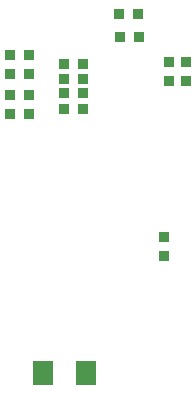
<source format=gtp>
G04*
G04 #@! TF.GenerationSoftware,Altium Limited,Altium Designer,21.3.1 (25)*
G04*
G04 Layer_Color=8421504*
%FSLAX44Y44*%
%MOMM*%
G71*
G04*
G04 #@! TF.SameCoordinates,1899EECA-0796-468C-8384-63A2F62C21E4*
G04*
G04*
G04 #@! TF.FilePolarity,Positive*
G04*
G01*
G75*
%ADD15R,1.7500X2.1000*%
%ADD16R,0.8900X0.8200*%
%ADD17R,0.8200X0.8900*%
D15*
X126499Y102751D02*
D03*
X89999D02*
D03*
D16*
X170751Y406751D02*
D03*
X154751D02*
D03*
X62249Y338249D02*
D03*
X78249D02*
D03*
X62249Y322249D02*
D03*
X78249D02*
D03*
X62249Y356249D02*
D03*
X78249D02*
D03*
X62249Y372249D02*
D03*
X78249D02*
D03*
X155249Y387249D02*
D03*
X171249D02*
D03*
X108249Y339749D02*
D03*
X124249D02*
D03*
X124249Y364749D02*
D03*
X108249D02*
D03*
X124249Y352249D02*
D03*
X108249D02*
D03*
X124249Y326749D02*
D03*
X108249D02*
D03*
D17*
X193016Y218221D02*
D03*
X211290Y366460D02*
D03*
X193016Y202221D02*
D03*
X196984Y350527D02*
D03*
Y366527D02*
D03*
X211290Y350460D02*
D03*
M02*

</source>
